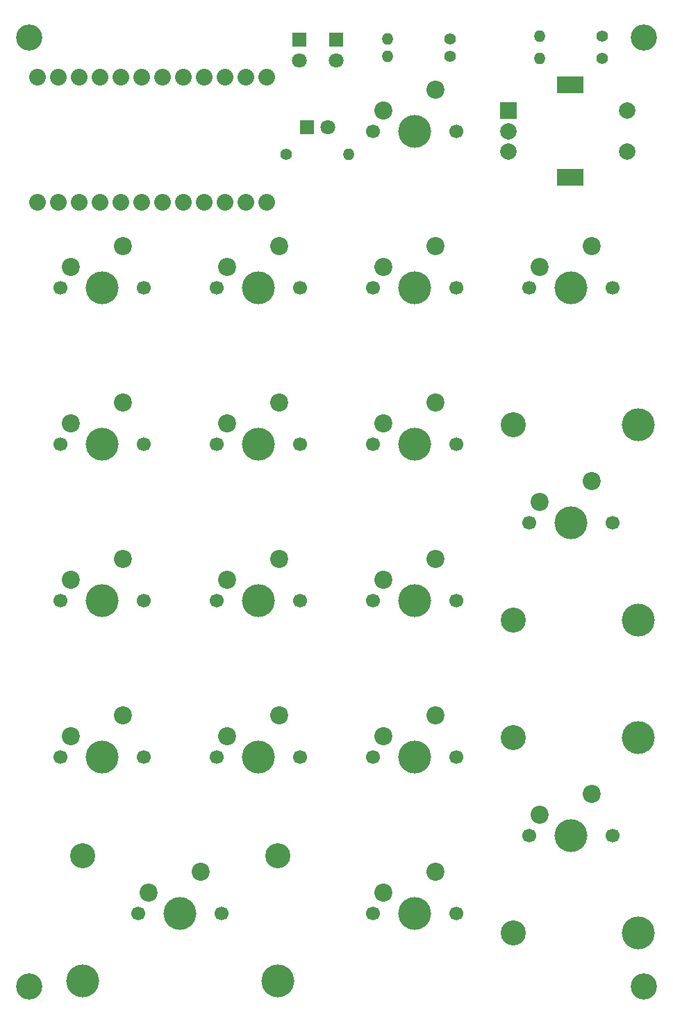
<source format=gbr>
%TF.GenerationSoftware,KiCad,Pcbnew,5.1.9-73d0e3b20d~88~ubuntu20.04.1*%
%TF.CreationDate,2021-03-20T19:20:58-05:00*%
%TF.ProjectId,KeypadMacropad1,4b657970-6164-44d6-9163-726f70616431,rev?*%
%TF.SameCoordinates,Original*%
%TF.FileFunction,Soldermask,Top*%
%TF.FilePolarity,Negative*%
%FSLAX46Y46*%
G04 Gerber Fmt 4.6, Leading zero omitted, Abs format (unit mm)*
G04 Created by KiCad (PCBNEW 5.1.9-73d0e3b20d~88~ubuntu20.04.1) date 2021-03-20 19:20:58*
%MOMM*%
%LPD*%
G01*
G04 APERTURE LIST*
%ADD10C,1.700000*%
%ADD11C,4.000000*%
%ADD12C,2.200000*%
%ADD13C,2.032000*%
%ADD14O,1.400000X1.400000*%
%ADD15C,1.400000*%
%ADD16R,2.000000X2.000000*%
%ADD17C,2.000000*%
%ADD18R,3.200000X2.000000*%
%ADD19C,3.200000*%
%ADD20R,1.800000X1.800000*%
%ADD21C,1.800000*%
%ADD22C,3.050000*%
G04 APERTURE END LIST*
D10*
%TO.C,SW2*%
X149680000Y-37700000D03*
X139520000Y-37700000D03*
D11*
X144600000Y-37700000D03*
D12*
X140790000Y-35160000D03*
X147140000Y-32620000D03*
%TD*%
D10*
%TO.C,MX1*%
X111580000Y-56750000D03*
X101420000Y-56750000D03*
D11*
X106500000Y-56750000D03*
D12*
X102690000Y-54210000D03*
X109040000Y-51670000D03*
%TD*%
D13*
%TO.C,U1*%
X113866000Y-46336000D03*
X121486000Y-46336000D03*
X118946000Y-46336000D03*
X111326000Y-46336000D03*
X116406000Y-46336000D03*
X98626000Y-46336000D03*
X101166000Y-46336000D03*
X103706000Y-46336000D03*
X106246000Y-46336000D03*
X126566000Y-46336000D03*
X124026000Y-46336000D03*
X108786000Y-46336000D03*
X98626000Y-31096000D03*
X101166000Y-31096000D03*
X103706000Y-31096000D03*
X106246000Y-31096000D03*
X108786000Y-31096000D03*
X111326000Y-31096000D03*
X113866000Y-31096000D03*
X116406000Y-31096000D03*
X118946000Y-31096000D03*
X121486000Y-31096000D03*
X124026000Y-31096000D03*
X126566000Y-31096000D03*
%TD*%
D10*
%TO.C,MX6*%
X130630000Y-56750000D03*
X120470000Y-56750000D03*
D11*
X125550000Y-56750000D03*
D12*
X121740000Y-54210000D03*
X128090000Y-51670000D03*
%TD*%
D14*
%TO.C,R4*%
X141298000Y-26397000D03*
D15*
X148918000Y-26397000D03*
%TD*%
D16*
%TO.C,SW1*%
X156030000Y-35160000D03*
D17*
X156030000Y-37660000D03*
X156030000Y-40160000D03*
D18*
X163530000Y-32060000D03*
X163530000Y-43260000D03*
D17*
X170530000Y-35160000D03*
X170530000Y-40160000D03*
%TD*%
D19*
%TO.C,REF\u002A\u002A*%
X172540000Y-26270000D03*
%TD*%
%TO.C,REF\u002A\u002A*%
X97610000Y-26270000D03*
%TD*%
%TO.C,REF\u002A\u002A*%
X97610000Y-141840000D03*
%TD*%
%TO.C,REF\u002A\u002A*%
X172540000Y-141840000D03*
%TD*%
D10*
%TO.C,MX2*%
X111580000Y-75800000D03*
X101420000Y-75800000D03*
D11*
X106500000Y-75800000D03*
D12*
X102690000Y-73260000D03*
X109040000Y-70720000D03*
%TD*%
D20*
%TO.C,D20*%
X135049600Y-26549400D03*
D21*
X135049600Y-29089400D03*
%TD*%
D20*
%TO.C,D21*%
X130528400Y-26549400D03*
D21*
X130528400Y-29089400D03*
%TD*%
D14*
%TO.C,R5*%
X141298000Y-28556000D03*
D15*
X148918000Y-28556000D03*
%TD*%
D14*
%TO.C,R3*%
X136599000Y-40494000D03*
D15*
X128979000Y-40494000D03*
%TD*%
D21*
%TO.C,D19*%
X134059000Y-37192000D03*
D20*
X131519000Y-37192000D03*
%TD*%
D14*
%TO.C,R2*%
X159840000Y-28810000D03*
D15*
X167460000Y-28810000D03*
%TD*%
D14*
%TO.C,R1*%
X159840000Y-26075001D03*
D15*
X167460000Y-26075001D03*
%TD*%
D10*
%TO.C,MX8*%
X130630000Y-94850000D03*
X120470000Y-94850000D03*
D11*
X125550000Y-94850000D03*
D12*
X121740000Y-92310000D03*
X128090000Y-89770000D03*
%TD*%
D10*
%TO.C,MX11*%
X149680000Y-75800000D03*
X139520000Y-75800000D03*
D11*
X144600000Y-75800000D03*
D12*
X140790000Y-73260000D03*
X147140000Y-70720000D03*
%TD*%
D10*
%TO.C,MX12*%
X149680000Y-94850000D03*
X139520000Y-94850000D03*
D11*
X144600000Y-94850000D03*
D12*
X140790000Y-92310000D03*
X147140000Y-89770000D03*
%TD*%
D10*
%TO.C,MX9*%
X130630000Y-113900000D03*
X120470000Y-113900000D03*
D11*
X125550000Y-113900000D03*
D12*
X121740000Y-111360000D03*
X128090000Y-108820000D03*
%TD*%
D10*
%TO.C,MX13*%
X149680000Y-113900000D03*
X139520000Y-113900000D03*
D11*
X144600000Y-113900000D03*
D12*
X140790000Y-111360000D03*
X147140000Y-108820000D03*
%TD*%
D10*
%TO.C,MX7*%
X130630000Y-75800000D03*
X120470000Y-75800000D03*
D11*
X125550000Y-75800000D03*
D12*
X121740000Y-73260000D03*
X128090000Y-70720000D03*
%TD*%
D10*
%TO.C,MX10*%
X149680000Y-56750000D03*
X139520000Y-56750000D03*
D11*
X144600000Y-56750000D03*
D12*
X140790000Y-54210000D03*
X147140000Y-51670000D03*
%TD*%
D10*
%TO.C,MX14*%
X149680000Y-132950000D03*
X139520000Y-132950000D03*
D11*
X144600000Y-132950000D03*
D12*
X140790000Y-130410000D03*
X147140000Y-127870000D03*
%TD*%
D22*
%TO.C,MX16*%
X156650000Y-73425000D03*
X156650000Y-97225000D03*
D11*
X171890000Y-97225000D03*
X171890000Y-73425000D03*
D10*
X168730000Y-85325000D03*
X158570000Y-85325000D03*
D11*
X163650000Y-85325000D03*
D12*
X159840000Y-82785000D03*
X166190000Y-80245000D03*
%TD*%
D10*
%TO.C,MX3*%
X111580000Y-94850000D03*
X101420000Y-94850000D03*
D11*
X106500000Y-94850000D03*
D12*
X102690000Y-92310000D03*
X109040000Y-89770000D03*
%TD*%
D10*
%TO.C,MX4*%
X111580000Y-113900000D03*
X101420000Y-113900000D03*
D11*
X106500000Y-113900000D03*
D12*
X102690000Y-111360000D03*
X109040000Y-108820000D03*
%TD*%
D22*
%TO.C,MX17*%
X156650000Y-111525000D03*
X156650000Y-135325000D03*
D11*
X171890000Y-135325000D03*
X171890000Y-111525000D03*
D10*
X168730000Y-123425000D03*
X158570000Y-123425000D03*
D11*
X163650000Y-123425000D03*
D12*
X159840000Y-120885000D03*
X166190000Y-118345000D03*
%TD*%
D22*
%TO.C,MX5*%
X127925000Y-125950000D03*
X104125000Y-125950000D03*
D11*
X104125000Y-141190000D03*
X127925000Y-141190000D03*
D10*
X121105000Y-132950000D03*
X110945000Y-132950000D03*
D11*
X116025000Y-132950000D03*
D12*
X112215000Y-130410000D03*
X118565000Y-127870000D03*
%TD*%
D10*
%TO.C,MX15*%
X168730000Y-56750000D03*
X158570000Y-56750000D03*
D11*
X163650000Y-56750000D03*
D12*
X159840000Y-54210000D03*
X166190000Y-51670000D03*
%TD*%
M02*

</source>
